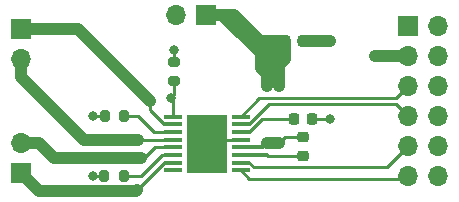
<source format=gbr>
%TF.GenerationSoftware,KiCad,Pcbnew,7.0.10*%
%TF.CreationDate,2024-02-14T05:56:45+09:00*%
%TF.ProjectId,drv8833,64727638-3833-4332-9e6b-696361645f70,rev?*%
%TF.SameCoordinates,Original*%
%TF.FileFunction,Copper,L1,Top*%
%TF.FilePolarity,Positive*%
%FSLAX46Y46*%
G04 Gerber Fmt 4.6, Leading zero omitted, Abs format (unit mm)*
G04 Created by KiCad (PCBNEW 7.0.10) date 2024-02-14 05:56:45*
%MOMM*%
%LPD*%
G01*
G04 APERTURE LIST*
G04 Aperture macros list*
%AMRoundRect*
0 Rectangle with rounded corners*
0 $1 Rounding radius*
0 $2 $3 $4 $5 $6 $7 $8 $9 X,Y pos of 4 corners*
0 Add a 4 corners polygon primitive as box body*
4,1,4,$2,$3,$4,$5,$6,$7,$8,$9,$2,$3,0*
0 Add four circle primitives for the rounded corners*
1,1,$1+$1,$2,$3*
1,1,$1+$1,$4,$5*
1,1,$1+$1,$6,$7*
1,1,$1+$1,$8,$9*
0 Add four rect primitives between the rounded corners*
20,1,$1+$1,$2,$3,$4,$5,0*
20,1,$1+$1,$4,$5,$6,$7,0*
20,1,$1+$1,$6,$7,$8,$9,0*
20,1,$1+$1,$8,$9,$2,$3,0*%
G04 Aperture macros list end*
%TA.AperFunction,SMDPad,CuDef*%
%ADD10RoundRect,0.200000X0.275000X-0.200000X0.275000X0.200000X-0.275000X0.200000X-0.275000X-0.200000X0*%
%TD*%
%TA.AperFunction,ComponentPad*%
%ADD11R,1.700000X1.700000*%
%TD*%
%TA.AperFunction,ComponentPad*%
%ADD12O,1.700000X1.700000*%
%TD*%
%TA.AperFunction,SMDPad,CuDef*%
%ADD13RoundRect,0.200000X0.200000X0.275000X-0.200000X0.275000X-0.200000X-0.275000X0.200000X-0.275000X0*%
%TD*%
%TA.AperFunction,SMDPad,CuDef*%
%ADD14RoundRect,0.225000X-0.225000X-0.250000X0.225000X-0.250000X0.225000X0.250000X-0.225000X0.250000X0*%
%TD*%
%TA.AperFunction,SMDPad,CuDef*%
%ADD15RoundRect,0.100000X-0.687500X-0.100000X0.687500X-0.100000X0.687500X0.100000X-0.687500X0.100000X0*%
%TD*%
%TA.AperFunction,ComponentPad*%
%ADD16C,0.600000*%
%TD*%
%TA.AperFunction,SMDPad,CuDef*%
%ADD17R,3.400000X5.000000*%
%TD*%
%TA.AperFunction,SMDPad,CuDef*%
%ADD18RoundRect,0.225000X-0.250000X0.225000X-0.250000X-0.225000X0.250000X-0.225000X0.250000X0.225000X0*%
%TD*%
%TA.AperFunction,ViaPad*%
%ADD19C,0.800000*%
%TD*%
%TA.AperFunction,Conductor*%
%ADD20C,1.000000*%
%TD*%
%TA.AperFunction,Conductor*%
%ADD21C,0.250000*%
%TD*%
%TA.AperFunction,Conductor*%
%ADD22C,0.300000*%
%TD*%
G04 APERTURE END LIST*
D10*
%TO.P,R1,1*%
%TO.N,nSLEEP*%
X114808000Y-63055000D03*
%TO.P,R1,2*%
%TO.N,GND*%
X114808000Y-61405000D03*
%TD*%
D11*
%TO.P,J1,1,Pin_1*%
%TO.N,+3.3V*%
X134620000Y-58420000D03*
D12*
%TO.P,J1,2,Pin_2*%
%TO.N,unconnected-(J1-Pin_2-Pad2)*%
X137160000Y-58420000D03*
%TO.P,J1,3,Pin_3*%
%TO.N,GND*%
X134620000Y-60960000D03*
%TO.P,J1,4,Pin_4*%
%TO.N,unconnected-(J1-Pin_4-Pad4)*%
X137160000Y-60960000D03*
%TO.P,J1,5,Pin_5*%
%TO.N,Net-(J1-Pin_5)*%
X134620000Y-63500000D03*
%TO.P,J1,6,Pin_6*%
%TO.N,unconnected-(J1-Pin_6-Pad6)*%
X137160000Y-63500000D03*
%TO.P,J1,7,Pin_7*%
%TO.N,Net-(J1-Pin_7)*%
X134620000Y-66040000D03*
%TO.P,J1,8,Pin_8*%
%TO.N,unconnected-(J1-Pin_8-Pad8)*%
X137160000Y-66040000D03*
%TO.P,J1,9,Pin_9*%
%TO.N,Net-(J1-Pin_9)*%
X134620000Y-68580000D03*
%TO.P,J1,10,Pin_10*%
%TO.N,unconnected-(J1-Pin_10-Pad10)*%
X137160000Y-68580000D03*
%TO.P,J1,11,Pin_11*%
%TO.N,Net-(J1-Pin_11)*%
X134620000Y-71120000D03*
%TO.P,J1,12,Pin_12*%
%TO.N,nSLEEP*%
X137160000Y-71120000D03*
%TD*%
D13*
%TO.P,R2,1*%
%TO.N,Net-(U1-BISEN)*%
X110553000Y-71120000D03*
%TO.P,R2,2*%
%TO.N,GND*%
X108903000Y-71120000D03*
%TD*%
D11*
%TO.P,J3,1,Pin_1*%
%TO.N,Net-(J3-Pin_1)*%
X101854000Y-70866000D03*
D12*
%TO.P,J3,2,Pin_2*%
%TO.N,Net-(J3-Pin_2)*%
X101854000Y-68326000D03*
%TD*%
D14*
%TO.P,C2,1*%
%TO.N,+BATT*%
X124193000Y-59690000D03*
%TO.P,C2,2*%
%TO.N,GND*%
X125743000Y-59690000D03*
%TD*%
D15*
%TO.P,U1,1,nSLEEP*%
%TO.N,nSLEEP*%
X114727500Y-66075000D03*
%TO.P,U1,2,AOUT1*%
%TO.N,Net-(J2-Pin_1)*%
X114727500Y-66725000D03*
%TO.P,U1,3,AISEN*%
%TO.N,Net-(U1-AISEN)*%
X114727500Y-67375000D03*
%TO.P,U1,4,AOUT2*%
%TO.N,Net-(J2-Pin_2)*%
X114727500Y-68025000D03*
%TO.P,U1,5,BOUT2*%
%TO.N,Net-(J3-Pin_2)*%
X114727500Y-68675000D03*
%TO.P,U1,6,BISEN*%
%TO.N,Net-(U1-BISEN)*%
X114727500Y-69325000D03*
%TO.P,U1,7,BOUT1*%
%TO.N,Net-(J3-Pin_1)*%
X114727500Y-69975000D03*
%TO.P,U1,8,nFAULT*%
%TO.N,unconnected-(U1-nFAULT-Pad8)*%
X114727500Y-70625000D03*
%TO.P,U1,9,BIN1*%
%TO.N,Net-(J1-Pin_11)*%
X120452500Y-70625000D03*
%TO.P,U1,10,BIN2*%
%TO.N,Net-(J1-Pin_9)*%
X120452500Y-69975000D03*
%TO.P,U1,11,VCP*%
%TO.N,Net-(U1-VCP)*%
X120452500Y-69325000D03*
%TO.P,U1,12,VM*%
%TO.N,+BATT*%
X120452500Y-68675000D03*
%TO.P,U1,13,GND*%
%TO.N,GND*%
X120452500Y-68025000D03*
%TO.P,U1,14,VINT*%
%TO.N,Net-(U1-VINT)*%
X120452500Y-67375000D03*
%TO.P,U1,15,AIN2*%
%TO.N,Net-(J1-Pin_7)*%
X120452500Y-66725000D03*
%TO.P,U1,16,AIN1*%
%TO.N,Net-(J1-Pin_5)*%
X120452500Y-66075000D03*
D16*
%TO.P,U1,17,GND(PPAD)*%
%TO.N,GND*%
X116840000Y-66850000D03*
X116840000Y-68350000D03*
X116840000Y-69850000D03*
D17*
X117590000Y-68350000D03*
D16*
X118340000Y-66850000D03*
X118340000Y-68350000D03*
X118340000Y-69850000D03*
%TD*%
D11*
%TO.P,J2,1,Pin_1*%
%TO.N,Net-(J2-Pin_1)*%
X101854000Y-58674000D03*
D12*
%TO.P,J2,2,Pin_2*%
%TO.N,Net-(J2-Pin_2)*%
X101854000Y-61214000D03*
%TD*%
D11*
%TO.P,J4,1,Pin_1*%
%TO.N,+BATT*%
X117551200Y-57429400D03*
D12*
%TO.P,J4,2,Pin_2*%
%TO.N,GND*%
X115011200Y-57429400D03*
%TD*%
D18*
%TO.P,C3,1*%
%TO.N,+BATT*%
X125730000Y-67818000D03*
%TO.P,C3,2*%
%TO.N,Net-(U1-VCP)*%
X125730000Y-69368000D03*
%TD*%
D14*
%TO.P,C1,1*%
%TO.N,Net-(U1-VINT)*%
X124955000Y-66294000D03*
%TO.P,C1,2*%
%TO.N,GND*%
X126505000Y-66294000D03*
%TD*%
D13*
%TO.P,R3,1*%
%TO.N,Net-(U1-AISEN)*%
X110616000Y-66040000D03*
%TO.P,R3,2*%
%TO.N,GND*%
X108966000Y-66040000D03*
%TD*%
D19*
%TO.N,GND*%
X128016000Y-59690000D03*
X131826000Y-60960000D03*
X107950000Y-71120000D03*
X114808000Y-60452000D03*
X107950000Y-66040000D03*
X128016000Y-66294000D03*
%TO.N,+BATT*%
X122682000Y-68326000D03*
X123698000Y-68326000D03*
X122682000Y-63500000D03*
X123698000Y-63500000D03*
%TO.N,nSLEEP*%
X114554000Y-64516000D03*
%TD*%
D20*
%TO.N,GND*%
X125743000Y-59690000D02*
X128016000Y-59690000D01*
D21*
X108649000Y-71120000D02*
X107950000Y-71120000D01*
X118665000Y-68025000D02*
X120452500Y-68025000D01*
X118364000Y-68326000D02*
X118665000Y-68025000D01*
X108903000Y-71374000D02*
X108649000Y-71120000D01*
X114808000Y-60452000D02*
X114808000Y-60706000D01*
X126505000Y-66294000D02*
X128016000Y-66294000D01*
X114808000Y-61405000D02*
X114808000Y-60452000D01*
D20*
X134620000Y-60960000D02*
X131826000Y-60960000D01*
D21*
X108966000Y-66040000D02*
X107950000Y-66040000D01*
%TO.N,Net-(J1-Pin_9)*%
X121193812Y-69975000D02*
X120452500Y-69975000D01*
X134620000Y-68580000D02*
X132842000Y-70358000D01*
X132842000Y-70358000D02*
X121576812Y-70358000D01*
X121576812Y-70358000D02*
X121193812Y-69975000D01*
%TO.N,Net-(J1-Pin_5)*%
X134620000Y-63500000D02*
X133604000Y-64516000D01*
X134330000Y-63210000D02*
X134620000Y-63500000D01*
X122011500Y-64516000D02*
X120452500Y-66075000D01*
X133604000Y-64516000D02*
X122011500Y-64516000D01*
%TO.N,Net-(J1-Pin_7)*%
X134620000Y-66040000D02*
X133604000Y-65024000D01*
X121193812Y-66725000D02*
X120452500Y-66725000D01*
X133604000Y-65024000D02*
X122894812Y-65024000D01*
X122894812Y-65024000D02*
X121193812Y-66725000D01*
%TO.N,Net-(J1-Pin_11)*%
X121201500Y-71374000D02*
X120452500Y-70625000D01*
X134366000Y-71374000D02*
X121201500Y-71374000D01*
X134620000Y-71120000D02*
X134366000Y-71374000D01*
%TO.N,Net-(U1-VINT)*%
X124955000Y-66294000D02*
X122274812Y-66294000D01*
X122274812Y-66294000D02*
X121193812Y-67375000D01*
X121193812Y-67375000D02*
X120452500Y-67375000D01*
X120517500Y-67310000D02*
X120452500Y-67375000D01*
%TO.N,+BATT*%
X124206000Y-67818000D02*
X123698000Y-68326000D01*
D22*
X122682000Y-68326000D02*
X122333000Y-68675000D01*
D20*
X122148600Y-61950600D02*
X122148600Y-60706000D01*
X123444000Y-62484000D02*
X123698000Y-62230000D01*
X122682000Y-61468000D02*
X122682000Y-63500000D01*
X124193000Y-60452000D02*
X123190000Y-60452000D01*
X123698000Y-61468000D02*
X123698000Y-62230000D01*
X124193000Y-61227000D02*
X123952000Y-61468000D01*
X123190000Y-60452000D02*
X123063000Y-60579000D01*
X122148600Y-61950600D02*
X122682000Y-62484000D01*
X122148600Y-60706000D02*
X122148600Y-59690000D01*
X118872000Y-57429400D02*
X122148600Y-60706000D01*
X117551200Y-57429400D02*
X118872000Y-57429400D01*
D22*
X122333000Y-68675000D02*
X120452500Y-68675000D01*
D20*
X119888000Y-57429400D02*
X117551200Y-57429400D01*
X121780300Y-59321700D02*
X122148600Y-59690000D01*
X122682000Y-62484000D02*
X122682000Y-63500000D01*
X123698000Y-61468000D02*
X122682000Y-61468000D01*
X124193000Y-59690000D02*
X124193000Y-60452000D01*
X123952000Y-61468000D02*
X123063000Y-60579000D01*
X123698000Y-61468000D02*
X123952000Y-61468000D01*
X122682000Y-60198000D02*
X122682000Y-61468000D01*
X123698000Y-62230000D02*
X123698000Y-63500000D01*
X122682000Y-59690000D02*
X122682000Y-60198000D01*
X123063000Y-60579000D02*
X122682000Y-60198000D01*
X122148600Y-59690000D02*
X122682000Y-59690000D01*
X122682000Y-62484000D02*
X123444000Y-62484000D01*
D21*
X125730000Y-67818000D02*
X124206000Y-67818000D01*
D20*
X119888000Y-57429400D02*
X121780300Y-59321700D01*
X123698000Y-68326000D02*
X122682000Y-68326000D01*
X122682000Y-59690000D02*
X124193000Y-59690000D01*
X124193000Y-60452000D02*
X124193000Y-61227000D01*
D21*
%TO.N,nSLEEP*%
X114727500Y-66075000D02*
X114727500Y-64689500D01*
X114808000Y-64262000D02*
X114554000Y-64516000D01*
X114727500Y-64689500D02*
X114554000Y-64516000D01*
X114808000Y-63055000D02*
X114808000Y-64262000D01*
D20*
%TO.N,Net-(J2-Pin_1)*%
X106680000Y-58674000D02*
X101854000Y-58674000D01*
X112776000Y-64770000D02*
X106680000Y-58674000D01*
D21*
X112776000Y-65514812D02*
X113986188Y-66725000D01*
X113986188Y-66725000D02*
X114727500Y-66725000D01*
X112776000Y-64770000D02*
X112776000Y-65514812D01*
%TO.N,Net-(J2-Pin_2)*%
X113986188Y-68025000D02*
X114727500Y-68025000D01*
D20*
X101854000Y-62738000D02*
X101854000Y-61214000D01*
D21*
X111760000Y-68072000D02*
X113939188Y-68072000D01*
D20*
X111760000Y-68072000D02*
X107188000Y-68072000D01*
D21*
X113939188Y-68072000D02*
X113986188Y-68025000D01*
D20*
X107188000Y-68072000D02*
X101854000Y-62738000D01*
D21*
%TO.N,Net-(J3-Pin_1)*%
X113986188Y-69975000D02*
X114727500Y-69975000D01*
D20*
X103378000Y-72390000D02*
X101854000Y-70866000D01*
X111665594Y-72295594D02*
X111571188Y-72390000D01*
D21*
X111665594Y-72295594D02*
X113986188Y-69975000D01*
D20*
X111571188Y-72390000D02*
X103378000Y-72390000D01*
%TO.N,Net-(J3-Pin_2)*%
X104648000Y-69596000D02*
X112014000Y-69596000D01*
D21*
X113189000Y-68675000D02*
X112268000Y-69596000D01*
D20*
X103378000Y-68326000D02*
X104648000Y-69596000D01*
D21*
X114727500Y-68675000D02*
X113189000Y-68675000D01*
D20*
X101854000Y-68326000D02*
X103378000Y-68326000D01*
D21*
X112268000Y-69596000D02*
X112014000Y-69596000D01*
%TO.N,Net-(U1-AISEN)*%
X111760000Y-66040000D02*
X113095000Y-67375000D01*
X110616000Y-66040000D02*
X111760000Y-66040000D01*
X113095000Y-67375000D02*
X114727500Y-67375000D01*
%TO.N,Net-(U1-BISEN)*%
X112014000Y-71120000D02*
X110807000Y-71120000D01*
X114727500Y-69325000D02*
X113809000Y-69325000D01*
X110807000Y-71120000D02*
X110553000Y-71374000D01*
X113809000Y-69325000D02*
X112014000Y-71120000D01*
%TO.N,Net-(U1-VCP)*%
X125730000Y-69368000D02*
X122742000Y-69368000D01*
D22*
X120452500Y-69325000D02*
X122699000Y-69325000D01*
D21*
X122742000Y-69368000D02*
X122699000Y-69325000D01*
%TD*%
M02*

</source>
